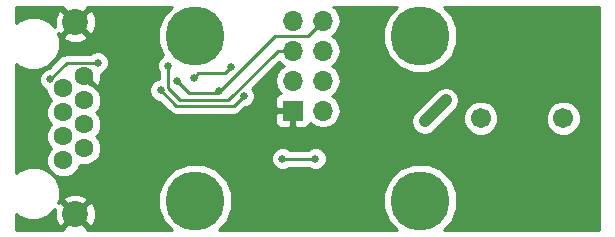
<source format=gbr>
G04 #@! TF.FileFunction,Copper,L2,Bot,Signal*
%FSLAX46Y46*%
G04 Gerber Fmt 4.6, Leading zero omitted, Abs format (unit mm)*
G04 Created by KiCad (PCBNEW 4.0.7) date 01/10/18 16:31:50*
%MOMM*%
%LPD*%
G01*
G04 APERTURE LIST*
%ADD10C,0.150000*%
%ADD11C,2.200000*%
%ADD12C,1.600000*%
%ADD13C,5.000000*%
%ADD14C,1.701800*%
%ADD15R,1.700000X1.700000*%
%ADD16O,1.700000X1.700000*%
%ADD17C,0.660400*%
%ADD18C,1.016000*%
%ADD19C,0.254000*%
G04 APERTURE END LIST*
D10*
D11*
X31112000Y-27430000D03*
X31112000Y-43690000D03*
D12*
X30092000Y-35060000D03*
X30092000Y-37090000D03*
X31872000Y-34030000D03*
X31872000Y-36060000D03*
X31872000Y-32000000D03*
X30092000Y-33030000D03*
X31872000Y-38090000D03*
X30092000Y-39120000D03*
D13*
X41275000Y-28575000D03*
D14*
X65430400Y-35560000D03*
X72440800Y-35560000D03*
D15*
X49530000Y-34925000D03*
D16*
X52070000Y-34925000D03*
X49530000Y-32385000D03*
X52070000Y-32385000D03*
X49530000Y-29845000D03*
X52070000Y-29845000D03*
X49530000Y-27305000D03*
X52070000Y-27305000D03*
D13*
X41275000Y-42545000D03*
X60325000Y-28575000D03*
X60325000Y-42545000D03*
D17*
X62484000Y-34036000D03*
X60706000Y-35814000D03*
X71755000Y-31877000D03*
X46736000Y-42418000D03*
X54737000Y-42418000D03*
X41910000Y-37465000D03*
X45361474Y-33677474D03*
X38348317Y-33180170D03*
X33020000Y-30861000D03*
X28991174Y-32267774D03*
X38989000Y-31115000D03*
X44323000Y-31242000D03*
X41148000Y-32131000D03*
X51435000Y-38989000D03*
X48641000Y-38989000D03*
X43307000Y-33274000D03*
X39751000Y-32385000D03*
D18*
X60706000Y-35814000D02*
X62484000Y-34036000D01*
D19*
X38348317Y-33180170D02*
X39661356Y-34493209D01*
X39661356Y-34493209D02*
X44545739Y-34493209D01*
X44545739Y-34493209D02*
X45361474Y-33677474D01*
X28991174Y-32267774D02*
X30389149Y-30869799D01*
X33011201Y-30869799D02*
X33020000Y-30861000D01*
X30389149Y-30869799D02*
X33011201Y-30869799D01*
X38989000Y-33020000D02*
X38989000Y-31115000D01*
X40005000Y-34036000D02*
X38989000Y-33020000D01*
X44069000Y-34036000D02*
X40005000Y-34036000D01*
X48260000Y-29845000D02*
X44069000Y-34036000D01*
X49530000Y-29845000D02*
X48260000Y-29845000D01*
X43815000Y-31750000D02*
X44323000Y-31242000D01*
X41529000Y-31750000D02*
X43815000Y-31750000D01*
X41148000Y-32131000D02*
X41529000Y-31750000D01*
X48641000Y-38989000D02*
X51435000Y-38989000D01*
X43180000Y-33401000D02*
X43307000Y-33274000D01*
X50800000Y-28575000D02*
X52070000Y-27305000D01*
X48006000Y-28575000D02*
X50800000Y-28575000D01*
X43180000Y-33401000D02*
X48006000Y-28575000D01*
X40767000Y-33401000D02*
X43180000Y-33401000D01*
X39751000Y-32385000D02*
X40767000Y-33401000D01*
G36*
X30066737Y-26205132D02*
X31112000Y-27250395D01*
X32157263Y-26205132D01*
X32119206Y-26110000D01*
X39306873Y-26110000D01*
X38618826Y-26796847D01*
X38140546Y-27948674D01*
X38139457Y-29195854D01*
X38572094Y-30242914D01*
X38442973Y-30296266D01*
X38171221Y-30567544D01*
X38023968Y-30922168D01*
X38023633Y-31306148D01*
X38170266Y-31661027D01*
X38227000Y-31717860D01*
X38227000Y-32214864D01*
X38157169Y-32214803D01*
X37802290Y-32361436D01*
X37530538Y-32632714D01*
X37383285Y-32987338D01*
X37382950Y-33371318D01*
X37529583Y-33726197D01*
X37800861Y-33997949D01*
X38155485Y-34145202D01*
X38235789Y-34145272D01*
X39122541Y-35032025D01*
X39369752Y-35197206D01*
X39661356Y-35255209D01*
X44545739Y-35255209D01*
X44769248Y-35210750D01*
X48045000Y-35210750D01*
X48045000Y-35901310D01*
X48141673Y-36134699D01*
X48320302Y-36313327D01*
X48553691Y-36410000D01*
X49244250Y-36410000D01*
X49403000Y-36251250D01*
X49403000Y-35052000D01*
X48203750Y-35052000D01*
X48045000Y-35210750D01*
X44769248Y-35210750D01*
X44837344Y-35197205D01*
X45084554Y-35032024D01*
X45473806Y-34642772D01*
X45552622Y-34642841D01*
X45907501Y-34496208D01*
X46179253Y-34224930D01*
X46326506Y-33870306D01*
X46326841Y-33486326D01*
X46180208Y-33131447D01*
X46115752Y-33066878D01*
X48385453Y-30797177D01*
X48450853Y-30895054D01*
X48780026Y-31115000D01*
X48450853Y-31334946D01*
X48128946Y-31816715D01*
X48015907Y-32385000D01*
X48128946Y-32953285D01*
X48450853Y-33435054D01*
X48494777Y-33464403D01*
X48320302Y-33536673D01*
X48141673Y-33715301D01*
X48045000Y-33948690D01*
X48045000Y-34639250D01*
X48203750Y-34798000D01*
X49403000Y-34798000D01*
X49403000Y-34778000D01*
X49657000Y-34778000D01*
X49657000Y-34798000D01*
X49677000Y-34798000D01*
X49677000Y-35052000D01*
X49657000Y-35052000D01*
X49657000Y-36251250D01*
X49815750Y-36410000D01*
X50506309Y-36410000D01*
X50739698Y-36313327D01*
X50918327Y-36134699D01*
X50986903Y-35969142D01*
X50990853Y-35975054D01*
X51472622Y-36296961D01*
X52040907Y-36410000D01*
X52099093Y-36410000D01*
X52667378Y-36296961D01*
X53149147Y-35975054D01*
X53256759Y-35814000D01*
X59563000Y-35814000D01*
X59650006Y-36251407D01*
X59897777Y-36622223D01*
X60268593Y-36869994D01*
X60706000Y-36957000D01*
X61143407Y-36869994D01*
X61514223Y-36622223D01*
X62282179Y-35854267D01*
X63944242Y-35854267D01*
X64169980Y-36400595D01*
X64587606Y-36818951D01*
X65133539Y-37045642D01*
X65724667Y-37046158D01*
X66270995Y-36820420D01*
X66689351Y-36402794D01*
X66916042Y-35856861D01*
X66916044Y-35854267D01*
X70954642Y-35854267D01*
X71180380Y-36400595D01*
X71598006Y-36818951D01*
X72143939Y-37045642D01*
X72735067Y-37046158D01*
X73281395Y-36820420D01*
X73699751Y-36402794D01*
X73926442Y-35856861D01*
X73926958Y-35265733D01*
X73701220Y-34719405D01*
X73283594Y-34301049D01*
X72737661Y-34074358D01*
X72146533Y-34073842D01*
X71600205Y-34299580D01*
X71181849Y-34717206D01*
X70955158Y-35263139D01*
X70954642Y-35854267D01*
X66916044Y-35854267D01*
X66916558Y-35265733D01*
X66690820Y-34719405D01*
X66273194Y-34301049D01*
X65727261Y-34074358D01*
X65136133Y-34073842D01*
X64589805Y-34299580D01*
X64171449Y-34717206D01*
X63944758Y-35263139D01*
X63944242Y-35854267D01*
X62282179Y-35854267D01*
X63292223Y-34844223D01*
X63539994Y-34473407D01*
X63627000Y-34036000D01*
X63539994Y-33598593D01*
X63292223Y-33227777D01*
X62921407Y-32980006D01*
X62484000Y-32893000D01*
X62046593Y-32980006D01*
X61675777Y-33227777D01*
X59897777Y-35005777D01*
X59650006Y-35376593D01*
X59563000Y-35814000D01*
X53256759Y-35814000D01*
X53471054Y-35493285D01*
X53584093Y-34925000D01*
X53471054Y-34356715D01*
X53149147Y-33874946D01*
X52819974Y-33655000D01*
X53149147Y-33435054D01*
X53471054Y-32953285D01*
X53584093Y-32385000D01*
X53471054Y-31816715D01*
X53149147Y-31334946D01*
X52819974Y-31115000D01*
X53149147Y-30895054D01*
X53471054Y-30413285D01*
X53584093Y-29845000D01*
X53471054Y-29276715D01*
X53149147Y-28794946D01*
X52819974Y-28575000D01*
X53149147Y-28355054D01*
X53471054Y-27873285D01*
X53584093Y-27305000D01*
X53471054Y-26736715D01*
X53149147Y-26254946D01*
X52932219Y-26110000D01*
X58356873Y-26110000D01*
X57668826Y-26796847D01*
X57190546Y-27948674D01*
X57189457Y-29195854D01*
X57665727Y-30348515D01*
X58546847Y-31231174D01*
X59698674Y-31709454D01*
X60945854Y-31710543D01*
X62098515Y-31234273D01*
X62981174Y-30353153D01*
X63459454Y-29201326D01*
X63460543Y-27954146D01*
X62984273Y-26801485D01*
X62293994Y-26110000D01*
X75490000Y-26110000D01*
X75490000Y-45010000D01*
X62293127Y-45010000D01*
X62981174Y-44323153D01*
X63459454Y-43171326D01*
X63460543Y-41924146D01*
X62984273Y-40771485D01*
X62103153Y-39888826D01*
X60951326Y-39410546D01*
X59704146Y-39409457D01*
X58551485Y-39885727D01*
X57668826Y-40766847D01*
X57190546Y-41918674D01*
X57189457Y-43165854D01*
X57665727Y-44318515D01*
X58356006Y-45010000D01*
X43243127Y-45010000D01*
X43931174Y-44323153D01*
X44409454Y-43171326D01*
X44410543Y-41924146D01*
X43934273Y-40771485D01*
X43053153Y-39888826D01*
X41901326Y-39410546D01*
X40654146Y-39409457D01*
X39501485Y-39885727D01*
X38618826Y-40766847D01*
X38140546Y-41918674D01*
X38139457Y-43165854D01*
X38615727Y-44318515D01*
X39306006Y-45010000D01*
X32119206Y-45010000D01*
X32157263Y-44914868D01*
X31112000Y-43869605D01*
X30066737Y-44914868D01*
X30104794Y-45010000D01*
X26110000Y-45010000D01*
X26110000Y-43664397D01*
X26270141Y-43824818D01*
X27100486Y-44169607D01*
X27999570Y-44170391D01*
X28830515Y-43827052D01*
X29432900Y-43225717D01*
X29366677Y-43401593D01*
X29389164Y-44091453D01*
X29609901Y-44624359D01*
X29887132Y-44735263D01*
X30932395Y-43690000D01*
X31291605Y-43690000D01*
X32336868Y-44735263D01*
X32614099Y-44624359D01*
X32857323Y-43978407D01*
X32834836Y-43288547D01*
X32614099Y-42755641D01*
X32336868Y-42644737D01*
X31291605Y-43690000D01*
X30932395Y-43690000D01*
X29887132Y-42644737D01*
X29655531Y-42737387D01*
X29768581Y-42465132D01*
X30066737Y-42465132D01*
X31112000Y-43510395D01*
X32157263Y-42465132D01*
X32046359Y-42187901D01*
X31400407Y-41944677D01*
X30710547Y-41967164D01*
X30177641Y-42187901D01*
X30066737Y-42465132D01*
X29768581Y-42465132D01*
X29811607Y-42361514D01*
X29812391Y-41462430D01*
X29469052Y-40631485D01*
X28833859Y-39995182D01*
X28003514Y-39650393D01*
X27104430Y-39649609D01*
X26273485Y-39992948D01*
X26110000Y-40156148D01*
X26110000Y-32458922D01*
X28025807Y-32458922D01*
X28172440Y-32813801D01*
X28443718Y-33085553D01*
X28656874Y-33174063D01*
X28656752Y-33314187D01*
X28874757Y-33841800D01*
X29077603Y-34045001D01*
X28876176Y-34246077D01*
X28657250Y-34773309D01*
X28656752Y-35344187D01*
X28874757Y-35871800D01*
X29077603Y-36075001D01*
X28876176Y-36276077D01*
X28657250Y-36803309D01*
X28656752Y-37374187D01*
X28874757Y-37901800D01*
X29077603Y-38105001D01*
X28876176Y-38306077D01*
X28657250Y-38833309D01*
X28656752Y-39404187D01*
X28874757Y-39931800D01*
X29278077Y-40335824D01*
X29805309Y-40554750D01*
X30376187Y-40555248D01*
X30903800Y-40337243D01*
X31307824Y-39933923D01*
X31493549Y-39486648D01*
X31585309Y-39524750D01*
X32156187Y-39525248D01*
X32683800Y-39307243D01*
X32811116Y-39180148D01*
X47675633Y-39180148D01*
X47822266Y-39535027D01*
X48093544Y-39806779D01*
X48448168Y-39954032D01*
X48832148Y-39954367D01*
X49187027Y-39807734D01*
X49243860Y-39751000D01*
X50831862Y-39751000D01*
X50887544Y-39806779D01*
X51242168Y-39954032D01*
X51626148Y-39954367D01*
X51981027Y-39807734D01*
X52252779Y-39536456D01*
X52400032Y-39181832D01*
X52400367Y-38797852D01*
X52253734Y-38442973D01*
X51982456Y-38171221D01*
X51627832Y-38023968D01*
X51243852Y-38023633D01*
X50888973Y-38170266D01*
X50832140Y-38227000D01*
X49244138Y-38227000D01*
X49188456Y-38171221D01*
X48833832Y-38023968D01*
X48449852Y-38023633D01*
X48094973Y-38170266D01*
X47823221Y-38441544D01*
X47675968Y-38796168D01*
X47675633Y-39180148D01*
X32811116Y-39180148D01*
X33087824Y-38903923D01*
X33306750Y-38376691D01*
X33307248Y-37805813D01*
X33089243Y-37278200D01*
X32886397Y-37074999D01*
X33087824Y-36873923D01*
X33306750Y-36346691D01*
X33307248Y-35775813D01*
X33089243Y-35248200D01*
X32886397Y-35044999D01*
X33087824Y-34843923D01*
X33306750Y-34316691D01*
X33307248Y-33745813D01*
X33089243Y-33218200D01*
X32685923Y-32814176D01*
X32379213Y-32686819D01*
X31872000Y-32179605D01*
X31857858Y-32193748D01*
X31678253Y-32014143D01*
X31692395Y-32000000D01*
X31678253Y-31985858D01*
X31857858Y-31806253D01*
X31872000Y-31820395D01*
X31886143Y-31806253D01*
X32065748Y-31985858D01*
X32051605Y-32000000D01*
X32879745Y-32828139D01*
X33125864Y-32754005D01*
X33318965Y-32216777D01*
X33298628Y-31790221D01*
X33566027Y-31679734D01*
X33837779Y-31408456D01*
X33985032Y-31053832D01*
X33985367Y-30669852D01*
X33838734Y-30314973D01*
X33567456Y-30043221D01*
X33212832Y-29895968D01*
X32828852Y-29895633D01*
X32473973Y-30042266D01*
X32408325Y-30107799D01*
X30389149Y-30107799D01*
X30097544Y-30165803D01*
X29850333Y-30330984D01*
X28878842Y-31302476D01*
X28800026Y-31302407D01*
X28445147Y-31449040D01*
X28173395Y-31720318D01*
X28026142Y-32074942D01*
X28025807Y-32458922D01*
X26110000Y-32458922D01*
X26110000Y-30964397D01*
X26270141Y-31124818D01*
X27100486Y-31469607D01*
X27999570Y-31470391D01*
X28830515Y-31127052D01*
X29466818Y-30491859D01*
X29811607Y-29661514D01*
X29812391Y-28762430D01*
X29767948Y-28654868D01*
X30066737Y-28654868D01*
X30177641Y-28932099D01*
X30823593Y-29175323D01*
X31513453Y-29152836D01*
X32046359Y-28932099D01*
X32157263Y-28654868D01*
X31112000Y-27609605D01*
X30066737Y-28654868D01*
X29767948Y-28654868D01*
X29655439Y-28382576D01*
X29887132Y-28475263D01*
X30932395Y-27430000D01*
X31291605Y-27430000D01*
X32336868Y-28475263D01*
X32614099Y-28364359D01*
X32857323Y-27718407D01*
X32834836Y-27028547D01*
X32614099Y-26495641D01*
X32336868Y-26384737D01*
X31291605Y-27430000D01*
X30932395Y-27430000D01*
X29887132Y-26384737D01*
X29609901Y-26495641D01*
X29366677Y-27141593D01*
X29389164Y-27831453D01*
X29403327Y-27865645D01*
X28833859Y-27295182D01*
X28003514Y-26950393D01*
X27104430Y-26949609D01*
X26273485Y-27292948D01*
X26110000Y-27456148D01*
X26110000Y-26110000D01*
X30104794Y-26110000D01*
X30066737Y-26205132D01*
X30066737Y-26205132D01*
G37*
X30066737Y-26205132D02*
X31112000Y-27250395D01*
X32157263Y-26205132D01*
X32119206Y-26110000D01*
X39306873Y-26110000D01*
X38618826Y-26796847D01*
X38140546Y-27948674D01*
X38139457Y-29195854D01*
X38572094Y-30242914D01*
X38442973Y-30296266D01*
X38171221Y-30567544D01*
X38023968Y-30922168D01*
X38023633Y-31306148D01*
X38170266Y-31661027D01*
X38227000Y-31717860D01*
X38227000Y-32214864D01*
X38157169Y-32214803D01*
X37802290Y-32361436D01*
X37530538Y-32632714D01*
X37383285Y-32987338D01*
X37382950Y-33371318D01*
X37529583Y-33726197D01*
X37800861Y-33997949D01*
X38155485Y-34145202D01*
X38235789Y-34145272D01*
X39122541Y-35032025D01*
X39369752Y-35197206D01*
X39661356Y-35255209D01*
X44545739Y-35255209D01*
X44769248Y-35210750D01*
X48045000Y-35210750D01*
X48045000Y-35901310D01*
X48141673Y-36134699D01*
X48320302Y-36313327D01*
X48553691Y-36410000D01*
X49244250Y-36410000D01*
X49403000Y-36251250D01*
X49403000Y-35052000D01*
X48203750Y-35052000D01*
X48045000Y-35210750D01*
X44769248Y-35210750D01*
X44837344Y-35197205D01*
X45084554Y-35032024D01*
X45473806Y-34642772D01*
X45552622Y-34642841D01*
X45907501Y-34496208D01*
X46179253Y-34224930D01*
X46326506Y-33870306D01*
X46326841Y-33486326D01*
X46180208Y-33131447D01*
X46115752Y-33066878D01*
X48385453Y-30797177D01*
X48450853Y-30895054D01*
X48780026Y-31115000D01*
X48450853Y-31334946D01*
X48128946Y-31816715D01*
X48015907Y-32385000D01*
X48128946Y-32953285D01*
X48450853Y-33435054D01*
X48494777Y-33464403D01*
X48320302Y-33536673D01*
X48141673Y-33715301D01*
X48045000Y-33948690D01*
X48045000Y-34639250D01*
X48203750Y-34798000D01*
X49403000Y-34798000D01*
X49403000Y-34778000D01*
X49657000Y-34778000D01*
X49657000Y-34798000D01*
X49677000Y-34798000D01*
X49677000Y-35052000D01*
X49657000Y-35052000D01*
X49657000Y-36251250D01*
X49815750Y-36410000D01*
X50506309Y-36410000D01*
X50739698Y-36313327D01*
X50918327Y-36134699D01*
X50986903Y-35969142D01*
X50990853Y-35975054D01*
X51472622Y-36296961D01*
X52040907Y-36410000D01*
X52099093Y-36410000D01*
X52667378Y-36296961D01*
X53149147Y-35975054D01*
X53256759Y-35814000D01*
X59563000Y-35814000D01*
X59650006Y-36251407D01*
X59897777Y-36622223D01*
X60268593Y-36869994D01*
X60706000Y-36957000D01*
X61143407Y-36869994D01*
X61514223Y-36622223D01*
X62282179Y-35854267D01*
X63944242Y-35854267D01*
X64169980Y-36400595D01*
X64587606Y-36818951D01*
X65133539Y-37045642D01*
X65724667Y-37046158D01*
X66270995Y-36820420D01*
X66689351Y-36402794D01*
X66916042Y-35856861D01*
X66916044Y-35854267D01*
X70954642Y-35854267D01*
X71180380Y-36400595D01*
X71598006Y-36818951D01*
X72143939Y-37045642D01*
X72735067Y-37046158D01*
X73281395Y-36820420D01*
X73699751Y-36402794D01*
X73926442Y-35856861D01*
X73926958Y-35265733D01*
X73701220Y-34719405D01*
X73283594Y-34301049D01*
X72737661Y-34074358D01*
X72146533Y-34073842D01*
X71600205Y-34299580D01*
X71181849Y-34717206D01*
X70955158Y-35263139D01*
X70954642Y-35854267D01*
X66916044Y-35854267D01*
X66916558Y-35265733D01*
X66690820Y-34719405D01*
X66273194Y-34301049D01*
X65727261Y-34074358D01*
X65136133Y-34073842D01*
X64589805Y-34299580D01*
X64171449Y-34717206D01*
X63944758Y-35263139D01*
X63944242Y-35854267D01*
X62282179Y-35854267D01*
X63292223Y-34844223D01*
X63539994Y-34473407D01*
X63627000Y-34036000D01*
X63539994Y-33598593D01*
X63292223Y-33227777D01*
X62921407Y-32980006D01*
X62484000Y-32893000D01*
X62046593Y-32980006D01*
X61675777Y-33227777D01*
X59897777Y-35005777D01*
X59650006Y-35376593D01*
X59563000Y-35814000D01*
X53256759Y-35814000D01*
X53471054Y-35493285D01*
X53584093Y-34925000D01*
X53471054Y-34356715D01*
X53149147Y-33874946D01*
X52819974Y-33655000D01*
X53149147Y-33435054D01*
X53471054Y-32953285D01*
X53584093Y-32385000D01*
X53471054Y-31816715D01*
X53149147Y-31334946D01*
X52819974Y-31115000D01*
X53149147Y-30895054D01*
X53471054Y-30413285D01*
X53584093Y-29845000D01*
X53471054Y-29276715D01*
X53149147Y-28794946D01*
X52819974Y-28575000D01*
X53149147Y-28355054D01*
X53471054Y-27873285D01*
X53584093Y-27305000D01*
X53471054Y-26736715D01*
X53149147Y-26254946D01*
X52932219Y-26110000D01*
X58356873Y-26110000D01*
X57668826Y-26796847D01*
X57190546Y-27948674D01*
X57189457Y-29195854D01*
X57665727Y-30348515D01*
X58546847Y-31231174D01*
X59698674Y-31709454D01*
X60945854Y-31710543D01*
X62098515Y-31234273D01*
X62981174Y-30353153D01*
X63459454Y-29201326D01*
X63460543Y-27954146D01*
X62984273Y-26801485D01*
X62293994Y-26110000D01*
X75490000Y-26110000D01*
X75490000Y-45010000D01*
X62293127Y-45010000D01*
X62981174Y-44323153D01*
X63459454Y-43171326D01*
X63460543Y-41924146D01*
X62984273Y-40771485D01*
X62103153Y-39888826D01*
X60951326Y-39410546D01*
X59704146Y-39409457D01*
X58551485Y-39885727D01*
X57668826Y-40766847D01*
X57190546Y-41918674D01*
X57189457Y-43165854D01*
X57665727Y-44318515D01*
X58356006Y-45010000D01*
X43243127Y-45010000D01*
X43931174Y-44323153D01*
X44409454Y-43171326D01*
X44410543Y-41924146D01*
X43934273Y-40771485D01*
X43053153Y-39888826D01*
X41901326Y-39410546D01*
X40654146Y-39409457D01*
X39501485Y-39885727D01*
X38618826Y-40766847D01*
X38140546Y-41918674D01*
X38139457Y-43165854D01*
X38615727Y-44318515D01*
X39306006Y-45010000D01*
X32119206Y-45010000D01*
X32157263Y-44914868D01*
X31112000Y-43869605D01*
X30066737Y-44914868D01*
X30104794Y-45010000D01*
X26110000Y-45010000D01*
X26110000Y-43664397D01*
X26270141Y-43824818D01*
X27100486Y-44169607D01*
X27999570Y-44170391D01*
X28830515Y-43827052D01*
X29432900Y-43225717D01*
X29366677Y-43401593D01*
X29389164Y-44091453D01*
X29609901Y-44624359D01*
X29887132Y-44735263D01*
X30932395Y-43690000D01*
X31291605Y-43690000D01*
X32336868Y-44735263D01*
X32614099Y-44624359D01*
X32857323Y-43978407D01*
X32834836Y-43288547D01*
X32614099Y-42755641D01*
X32336868Y-42644737D01*
X31291605Y-43690000D01*
X30932395Y-43690000D01*
X29887132Y-42644737D01*
X29655531Y-42737387D01*
X29768581Y-42465132D01*
X30066737Y-42465132D01*
X31112000Y-43510395D01*
X32157263Y-42465132D01*
X32046359Y-42187901D01*
X31400407Y-41944677D01*
X30710547Y-41967164D01*
X30177641Y-42187901D01*
X30066737Y-42465132D01*
X29768581Y-42465132D01*
X29811607Y-42361514D01*
X29812391Y-41462430D01*
X29469052Y-40631485D01*
X28833859Y-39995182D01*
X28003514Y-39650393D01*
X27104430Y-39649609D01*
X26273485Y-39992948D01*
X26110000Y-40156148D01*
X26110000Y-32458922D01*
X28025807Y-32458922D01*
X28172440Y-32813801D01*
X28443718Y-33085553D01*
X28656874Y-33174063D01*
X28656752Y-33314187D01*
X28874757Y-33841800D01*
X29077603Y-34045001D01*
X28876176Y-34246077D01*
X28657250Y-34773309D01*
X28656752Y-35344187D01*
X28874757Y-35871800D01*
X29077603Y-36075001D01*
X28876176Y-36276077D01*
X28657250Y-36803309D01*
X28656752Y-37374187D01*
X28874757Y-37901800D01*
X29077603Y-38105001D01*
X28876176Y-38306077D01*
X28657250Y-38833309D01*
X28656752Y-39404187D01*
X28874757Y-39931800D01*
X29278077Y-40335824D01*
X29805309Y-40554750D01*
X30376187Y-40555248D01*
X30903800Y-40337243D01*
X31307824Y-39933923D01*
X31493549Y-39486648D01*
X31585309Y-39524750D01*
X32156187Y-39525248D01*
X32683800Y-39307243D01*
X32811116Y-39180148D01*
X47675633Y-39180148D01*
X47822266Y-39535027D01*
X48093544Y-39806779D01*
X48448168Y-39954032D01*
X48832148Y-39954367D01*
X49187027Y-39807734D01*
X49243860Y-39751000D01*
X50831862Y-39751000D01*
X50887544Y-39806779D01*
X51242168Y-39954032D01*
X51626148Y-39954367D01*
X51981027Y-39807734D01*
X52252779Y-39536456D01*
X52400032Y-39181832D01*
X52400367Y-38797852D01*
X52253734Y-38442973D01*
X51982456Y-38171221D01*
X51627832Y-38023968D01*
X51243852Y-38023633D01*
X50888973Y-38170266D01*
X50832140Y-38227000D01*
X49244138Y-38227000D01*
X49188456Y-38171221D01*
X48833832Y-38023968D01*
X48449852Y-38023633D01*
X48094973Y-38170266D01*
X47823221Y-38441544D01*
X47675968Y-38796168D01*
X47675633Y-39180148D01*
X32811116Y-39180148D01*
X33087824Y-38903923D01*
X33306750Y-38376691D01*
X33307248Y-37805813D01*
X33089243Y-37278200D01*
X32886397Y-37074999D01*
X33087824Y-36873923D01*
X33306750Y-36346691D01*
X33307248Y-35775813D01*
X33089243Y-35248200D01*
X32886397Y-35044999D01*
X33087824Y-34843923D01*
X33306750Y-34316691D01*
X33307248Y-33745813D01*
X33089243Y-33218200D01*
X32685923Y-32814176D01*
X32379213Y-32686819D01*
X31872000Y-32179605D01*
X31857858Y-32193748D01*
X31678253Y-32014143D01*
X31692395Y-32000000D01*
X31678253Y-31985858D01*
X31857858Y-31806253D01*
X31872000Y-31820395D01*
X31886143Y-31806253D01*
X32065748Y-31985858D01*
X32051605Y-32000000D01*
X32879745Y-32828139D01*
X33125864Y-32754005D01*
X33318965Y-32216777D01*
X33298628Y-31790221D01*
X33566027Y-31679734D01*
X33837779Y-31408456D01*
X33985032Y-31053832D01*
X33985367Y-30669852D01*
X33838734Y-30314973D01*
X33567456Y-30043221D01*
X33212832Y-29895968D01*
X32828852Y-29895633D01*
X32473973Y-30042266D01*
X32408325Y-30107799D01*
X30389149Y-30107799D01*
X30097544Y-30165803D01*
X29850333Y-30330984D01*
X28878842Y-31302476D01*
X28800026Y-31302407D01*
X28445147Y-31449040D01*
X28173395Y-31720318D01*
X28026142Y-32074942D01*
X28025807Y-32458922D01*
X26110000Y-32458922D01*
X26110000Y-30964397D01*
X26270141Y-31124818D01*
X27100486Y-31469607D01*
X27999570Y-31470391D01*
X28830515Y-31127052D01*
X29466818Y-30491859D01*
X29811607Y-29661514D01*
X29812391Y-28762430D01*
X29767948Y-28654868D01*
X30066737Y-28654868D01*
X30177641Y-28932099D01*
X30823593Y-29175323D01*
X31513453Y-29152836D01*
X32046359Y-28932099D01*
X32157263Y-28654868D01*
X31112000Y-27609605D01*
X30066737Y-28654868D01*
X29767948Y-28654868D01*
X29655439Y-28382576D01*
X29887132Y-28475263D01*
X30932395Y-27430000D01*
X31291605Y-27430000D01*
X32336868Y-28475263D01*
X32614099Y-28364359D01*
X32857323Y-27718407D01*
X32834836Y-27028547D01*
X32614099Y-26495641D01*
X32336868Y-26384737D01*
X31291605Y-27430000D01*
X30932395Y-27430000D01*
X29887132Y-26384737D01*
X29609901Y-26495641D01*
X29366677Y-27141593D01*
X29389164Y-27831453D01*
X29403327Y-27865645D01*
X28833859Y-27295182D01*
X28003514Y-26950393D01*
X27104430Y-26949609D01*
X26273485Y-27292948D01*
X26110000Y-27456148D01*
X26110000Y-26110000D01*
X30104794Y-26110000D01*
X30066737Y-26205132D01*
M02*

</source>
